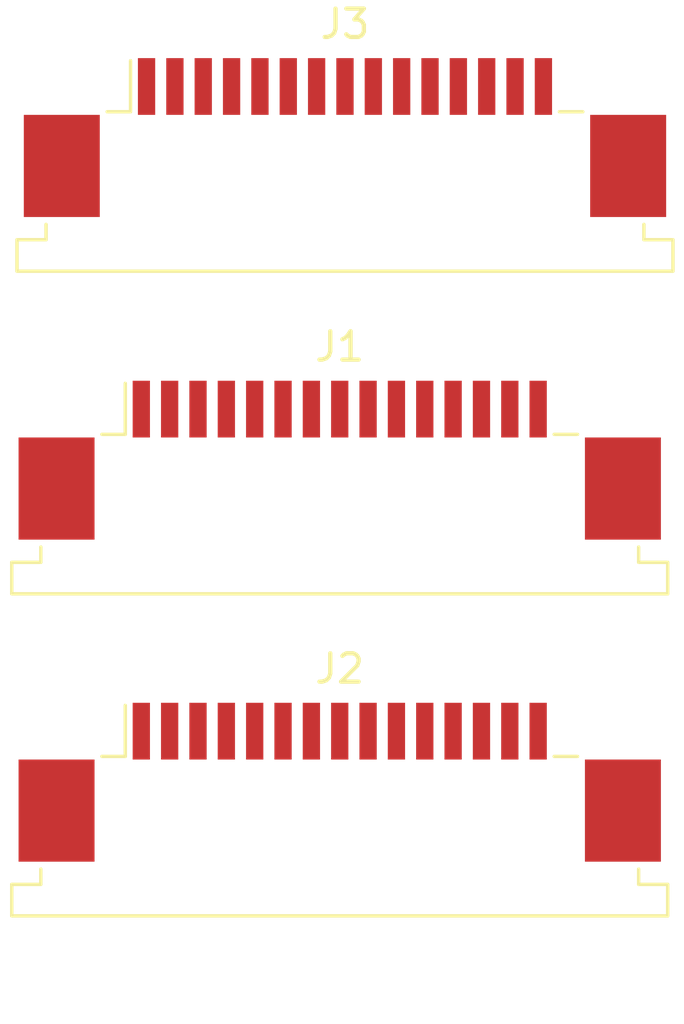
<source format=kicad_pcb>
(kicad_pcb (version 20221018) (generator pcbnew)
  (layers (0 "F.Cu" signal) (31 "B.Cu" signal) (34 "B.Paste" user) (35 "F.Paste" user) (36 "B.SilkS" user "B.Silkscreen") (37 "F.SilkS" user "F.Silkscreen") (38 "B.Mask" user) (39 "F.Mask" user) (44 "Edge.Cuts" user))
  (net 0 "")
  (net 1 "GND")
  (net 2 "+3V3")
  (net 4 "/DSI D1 N")
  (net 5 "/DSI D1 P")
  (net 6 "/DSI CLK N")
  (net 7 "/DSI CLK P")
  (net 8 "/DSI D0 N")
  (net 9 "/DSI D0 P")
  (net 10 "/SCL0")
  (net 11 "/SDA0")
  (net 12 "/CAM0 D0 N")
  (net 13 "/CAM0 D0 P")
  (net 14 "/CAM0 D1 N")
  (net 15 "/CAM0 D1 P")
  (net 16 "/CAM0 CLK N")
  (net 17 "/CAM0 CLK P")
  (net 18 "/CAM GPIO")
  (net 19 "/ID SCL")
  (net 20 "/ID SDA")
  (footprint "Connector_FFC-FPC:TE_1-84952-5_1x15-1MP_P1.0mm_Horizontal" (layer "F.Cu") (at 119.305 72.37)
    (fp_text reference "J1" (at 0 -4) (layer "F.SilkS"))
    (fp_text value "DSI")
    (fp_line (start -11.57 3.6) (end -10.545 3.6) (stroke (width 0.12)) (layer "F.SilkS"))
    (fp_line (start -11.57 4.71) (end -11.57 3.6) (stroke (width 0.12)) (layer "F.SilkS"))
    (fp_line (start -10.545 3.6) (end -10.545 3.06) (stroke (width 0.12)) (layer "F.SilkS"))
    (fp_line (start -8.39 -0.91) (end -7.565 -0.91) (stroke (width 0.12)) (layer "F.SilkS"))
    (fp_line (start -7.565 -0.91) (end -7.565 -2.71) (stroke (width 0.12)) (layer "F.SilkS"))
    (fp_line (start 7.565 -0.91) (end 8.39 -0.91) (stroke (width 0.12)) (layer "F.SilkS"))
    (fp_line (start 10.545 3.06) (end 10.545 3.6) (stroke (width 0.12)) (layer "F.SilkS"))
    (fp_line (start 10.545 3.6) (end 11.57 3.6) (stroke (width 0.12)) (layer "F.SilkS"))
    (fp_line (start 11.57 3.6) (end 11.57 4.71) (stroke (width 0.12)) (layer "F.SilkS"))
    (fp_line (start 11.57 4.71) (end -11.57 4.71) (stroke (width 0.12)) (layer "F.SilkS"))
    (pad "1" smd rect (at -7 -1.8) (size 0.61 2) (layers "F.Cu" "F.Paste" "F.Mask") (net 1 "GND"))
    (pad "2" smd rect (at -6 -1.8) (size 0.61 2) (layers "F.Cu" "F.Paste" "F.Mask") (net 4 "/DSI D1 N"))
    (pad "3" smd rect (at -5 -1.8) (size 0.61 2) (layers "F.Cu" "F.Paste" "F.Mask") (net 5 "/DSI D1 P"))
    (pad "4" smd rect (at -4 -1.8) (size 0.61 2) (layers "F.Cu" "F.Paste" "F.Mask") (net 1 "GND"))
    (pad "5" smd rect (at -3 -1.8) (size 0.61 2) (layers "F.Cu" "F.Paste" "F.Mask") (net 6 "/DSI CLK N"))
    (pad "6" smd rect (at -2 -1.8) (size 0.61 2) (layers "F.Cu" "F.Paste" "F.Mask") (net 7 "/DSI CLK P"))
    (pad "7" smd rect (at -1 -1.8) (size 0.61 2) (layers "F.Cu" "F.Paste" "F.Mask") (net 1 "GND"))
    (pad "8" smd rect (at 0 -1.8) (size 0.61 2) (layers "F.Cu" "F.Paste" "F.Mask") (net 8 "/DSI D0 N"))
    (pad "9" smd rect (at 1 -1.8) (size 0.61 2) (layers "F.Cu" "F.Paste" "F.Mask") (net 9 "/DSI D0 P"))
    (pad "10" smd rect (at 2 -1.8) (size 0.61 2) (layers "F.Cu" "F.Paste" "F.Mask") (net 1 "GND"))
    (pad "11" smd rect (at 3 -1.8) (size 0.61 2) (layers "F.Cu" "F.Paste" "F.Mask") (net 10 "/SCL0"))
    (pad "12" smd rect (at 4 -1.8) (size 0.61 2) (layers "F.Cu" "F.Paste" "F.Mask") (net 11 "/SDA0"))
    (pad "13" smd rect (at 5 -1.8) (size 0.61 2) (layers "F.Cu" "F.Paste" "F.Mask") (net 1 "GND"))
    (pad "14" smd rect (at 6 -1.8) (size 0.61 2) (layers "F.Cu" "F.Paste" "F.Mask") (net 2 "+3V3"))
    (pad "15" smd rect (at 7 -1.8) (size 0.61 2) (layers "F.Cu" "F.Paste" "F.Mask") (net 2 "+3V3"))
    (pad "MP" smd rect (at -9.99 1) (size 2.68 3.6) (layers "F.Cu" "F.Paste" "F.Mask"))
    (pad "MP" smd rect (at 9.99 1) (size 2.68 3.6) (layers "F.Cu" "F.Paste" "F.Mask"))
  )
  (footprint "Connector_FFC-FPC:TE_1-84952-5_1x15-1MP_P1.0mm_Horizontal" (layer "F.Cu") (at 119.49 61)
    (fp_text reference "J3" (at 0 -4) (layer "F.SilkS"))
    (fp_text value "CAM")
    (fp_line (start -11.57 3.6) (end -10.545 3.6) (stroke (width 0.12)) (layer "F.SilkS"))
    (fp_line (start -11.57 4.71) (end -11.57 3.6) (stroke (width 0.12)) (layer "F.SilkS"))
    (fp_line (start -10.545 3.6) (end -10.545 3.06) (stroke (width 0.12)) (layer "F.SilkS"))
    (fp_line (start -8.39 -0.91) (end -7.565 -0.91) (stroke (width 0.12)) (layer "F.SilkS"))
    (fp_line (start -7.565 -0.91) (end -7.565 -2.71) (stroke (width 0.12)) (layer "F.SilkS"))
    (fp_line (start 7.565 -0.91) (end 8.39 -0.91) (stroke (width 0.12)) (layer "F.SilkS"))
    (fp_line (start 10.545 3.06) (end 10.545 3.6) (stroke (width 0.12)) (layer "F.SilkS"))
    (fp_line (start 10.545 3.6) (end 11.57 3.6) (stroke (width 0.12)) (layer "F.SilkS"))
    (fp_line (start 11.57 3.6) (end 11.57 4.71) (stroke (width 0.12)) (layer "F.SilkS"))
    (fp_line (start 11.57 4.71) (end -11.57 4.71) (stroke (width 0.12)) (layer "F.SilkS"))
    (pad "1" smd rect (at -7 -1.8) (size 0.61 2) (layers "F.Cu" "F.Paste" "F.Mask") (net 1 "GND"))
    (pad "2" smd rect (at -6 -1.8) (size 0.61 2) (layers "F.Cu" "F.Paste" "F.Mask") (net 8 "/DSI D0 N"))
    (pad "3" smd rect (at -5 -1.8) (size 0.61 2) (layers "F.Cu" "F.Paste" "F.Mask") (net 9 "/DSI D0 P"))
    (pad "4" smd rect (at -4 -1.8) (size 0.61 2) (layers "F.Cu" "F.Paste" "F.Mask") (net 1 "GND"))
    (pad "5" smd rect (at -3 -1.8) (size 0.61 2) (layers "F.Cu" "F.Paste" "F.Mask") (net 4 "/DSI D1 N"))
    (pad "6" smd rect (at -2 -1.8) (size 0.61 2) (layers "F.Cu" "F.Paste" "F.Mask") (net 5 "/DSI D1 P"))
    (pad "7" smd rect (at -1 -1.8) (size 0.61 2) (layers "F.Cu" "F.Paste" "F.Mask") (net 1 "GND"))
    (pad "8" smd rect (at 0 -1.8) (size 0.61 2) (layers "F.Cu" "F.Paste" "F.Mask") (net 6 "/DSI CLK N"))
    (pad "9" smd rect (at 1 -1.8) (size 0.61 2) (layers "F.Cu" "F.Paste" "F.Mask") (net 7 "/DSI CLK P"))
    (pad "10" smd rect (at 2 -1.8) (size 0.61 2) (layers "F.Cu" "F.Paste" "F.Mask") (net 1 "GND"))
    (pad "11" smd rect (at 3 -1.8) (size 0.61 2) (layers "F.Cu" "F.Paste" "F.Mask") (net 18 "/CAM GPIO"))
    (pad "12" smd rect (at 4 -1.8) (size 0.61 2) (layers "F.Cu" "F.Paste" "F.Mask"))
    (pad "13" smd rect (at 5 -1.8) (size 0.61 2) (layers "F.Cu" "F.Paste" "F.Mask") (net 19 "/ID SCL"))
    (pad "14" smd rect (at 6 -1.8) (size 0.61 2) (layers "F.Cu" "F.Paste" "F.Mask") (net 20 "/ID SDA"))
    (pad "15" smd rect (at 7 -1.8) (size 0.61 2) (layers "F.Cu" "F.Paste" "F.Mask") (net 2 "+3V3"))
    (pad "MP" smd rect (at -9.99 1) (size 2.68 3.6) (layers "F.Cu" "F.Paste" "F.Mask"))
    (pad "MP" smd rect (at 9.99 1) (size 2.68 3.6) (layers "F.Cu" "F.Paste" "F.Mask"))
  )
  (footprint "Connector_FFC-FPC:TE_1-84952-5_1x15-1MP_P1.0mm_Horizontal" (layer "F.Cu") (at 119.305 83.72)
    (fp_text reference "J2" (at 0 -4) (layer "F.SilkS"))
    (fp_text value "CSI")
    (fp_line (start -11.57 3.6) (end -10.545 3.6) (stroke (width 0.12)) (layer "F.SilkS"))
    (fp_line (start -11.57 4.71) (end -11.57 3.6) (stroke (width 0.12)) (layer "F.SilkS"))
    (fp_line (start -10.545 3.6) (end -10.545 3.06) (stroke (width 0.12)) (layer "F.SilkS"))
    (fp_line (start -8.39 -0.91) (end -7.565 -0.91) (stroke (width 0.12)) (layer "F.SilkS"))
    (fp_line (start -7.565 -0.91) (end -7.565 -2.71) (stroke (width 0.12)) (layer "F.SilkS"))
    (fp_line (start 7.565 -0.91) (end 8.39 -0.91) (stroke (width 0.12)) (layer "F.SilkS"))
    (fp_line (start 10.545 3.06) (end 10.545 3.6) (stroke (width 0.12)) (layer "F.SilkS"))
    (fp_line (start 10.545 3.6) (end 11.57 3.6) (stroke (width 0.12)) (layer "F.SilkS"))
    (fp_line (start 11.57 3.6) (end 11.57 4.71) (stroke (width 0.12)) (layer "F.SilkS"))
    (fp_line (start 11.57 4.71) (end -11.57 4.71) (stroke (width 0.12)) (layer "F.SilkS"))
    (pad "1" smd rect (at -7 -1.8) (size 0.61 2) (layers "F.Cu" "F.Paste" "F.Mask") (net 1 "GND"))
    (pad "2" smd rect (at -6 -1.8) (size 0.61 2) (layers "F.Cu" "F.Paste" "F.Mask") (net 12 "/CAM0 D0 N"))
    (pad "3" smd rect (at -5 -1.8) (size 0.61 2) (layers "F.Cu" "F.Paste" "F.Mask") (net 13 "/CAM0 D0 P"))
    (pad "4" smd rect (at -4 -1.8) (size 0.61 2) (layers "F.Cu" "F.Paste" "F.Mask") (net 1 "GND"))
    (pad "5" smd rect (at -3 -1.8) (size 0.61 2) (layers "F.Cu" "F.Paste" "F.Mask") (net 14 "/CAM0 D1 N"))
    (pad "6" smd rect (at -2 -1.8) (size 0.61 2) (layers "F.Cu" "F.Paste" "F.Mask") (net 15 "/CAM0 D1 P"))
    (pad "7" smd rect (at -1 -1.8) (size 0.61 2) (layers "F.Cu" "F.Paste" "F.Mask") (net 1 "GND"))
    (pad "8" smd rect (at 0 -1.8) (size 0.61 2) (layers "F.Cu" "F.Paste" "F.Mask") (net 16 "/CAM0 CLK N"))
    (pad "9" smd rect (at 1 -1.8) (size 0.61 2) (layers "F.Cu" "F.Paste" "F.Mask") (net 17 "/CAM0 CLK P"))
    (pad "10" smd rect (at 2 -1.8) (size 0.61 2) (layers "F.Cu" "F.Paste" "F.Mask") (net 1 "GND"))
    (pad "11" smd rect (at 3 -1.8) (size 0.61 2) (layers "F.Cu" "F.Paste" "F.Mask") (net 18 "/CAM GPIO"))
    (pad "12" smd rect (at 4 -1.8) (size 0.61 2) (layers "F.Cu" "F.Paste" "F.Mask"))
    (pad "13" smd rect (at 5 -1.8) (size 0.61 2) (layers "F.Cu" "F.Paste" "F.Mask") (net 19 "/ID SCL"))
    (pad "14" smd rect (at 6 -1.8) (size 0.61 2) (layers "F.Cu" "F.Paste" "F.Mask") (net 20 "/ID SDA"))
    (pad "15" smd rect (at 7 -1.8) (size 0.61 2) (layers "F.Cu" "F.Paste" "F.Mask") (net 2 "+3V3"))
    (pad "MP" smd rect (at -9.99 1) (size 2.68 3.6) (layers "F.Cu" "F.Paste" "F.Mask"))
    (pad "MP" smd rect (at 9.99 1) (size 2.68 3.6) (layers "F.Cu" "F.Paste" "F.Mask"))
  )
)
</source>
